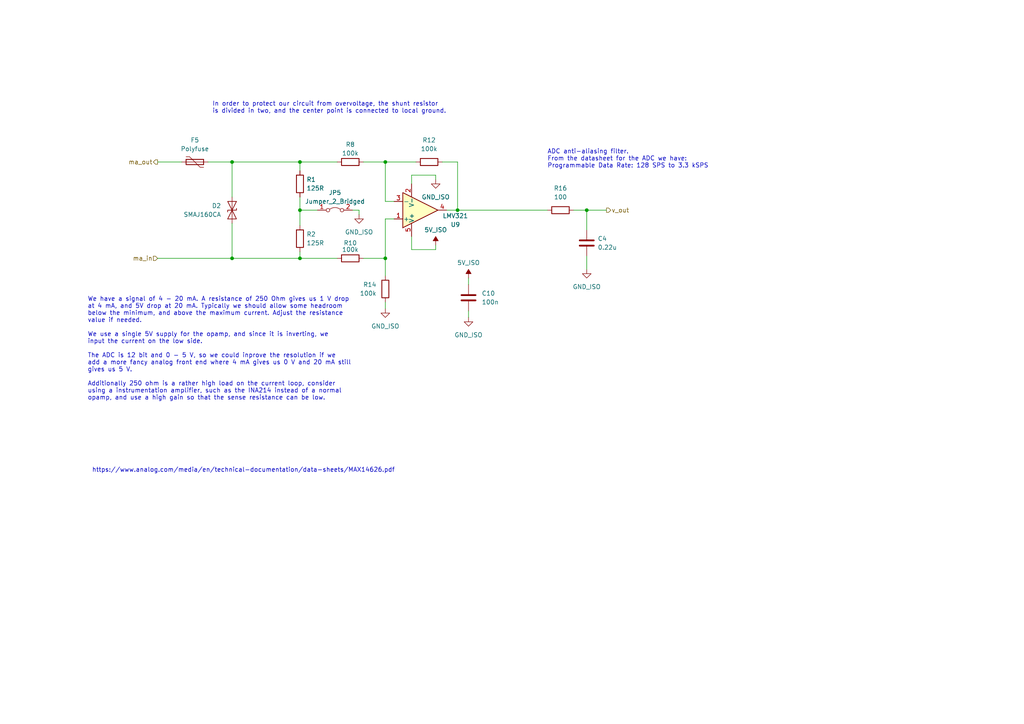
<source format=kicad_sch>
(kicad_sch (version 20230121) (generator eeschema)
  (paper "A4")
  (title_block (title "Arduino 2-20 mA shield") (date "2024-02-24") (rev "0.1") (company "Switchcraft AS") (comment 1 "Author: Eirik Haustveit"))
  (lib_symbols
    (symbol "Amplifier_Operational:LMV321" (pin_names (offset 0.127))
      (property "Reference" "U" (at 0 5.08 0))
      (property "Value" "LMV321" (at 0 -5.08 0))
      (symbol "LMV321_0_1"
        (polyline (pts (xy -5.08 5.08) (xy 5.08 0) (xy -5.08 -5.08) (xy -5.08 5.08)) (stroke (width 0.254)) (fill (type background)))
        (pin power_in line (at -2.54 -7.62 90) (length 3.81) (name "V-") (number "2"))
        (pin power_in line (at -2.54 7.62 270) (length 3.81) (name "V+") (number "5"))
      )
      (symbol "LMV321_1_1"
        (pin input line (at -7.62 2.54 0) (length 2.54) (name "+") (number "1"))
        (pin input line (at -7.62 -2.54 0) (length 2.54) (name "-") (number "3"))
        (pin output line (at 7.62 0 180) (length 2.54) (name "~") (number "4"))
      )
    )
    (symbol "Device:C" (pin_numbers hide) (pin_names (offset 0.254))
      (property "Reference" "C" (at 0.635 2.54 0))
      (property "Value" "C" (at 0.635 -2.54 0))
      (symbol "C_0_1"
        (polyline (pts (xy -2.032 -0.762) (xy 2.032 -0.762)) (stroke (width 0.508)))
        (polyline (pts (xy -2.032 0.762) (xy 2.032 0.762)) (stroke (width 0.508)))
      )
      (symbol "C_1_1"
        (pin passive line (at 0 3.81 270) (length 2.794) (name "~") (number "1"))
        (pin passive line (at 0 -3.81 90) (length 2.794) (name "~") (number "2"))
      )
    )
    (symbol "Device:Polyfuse" (pin_numbers hide) (pin_names (offset 0))
      (property "Reference" "F" (at -2.54 0 90))
      (property "Value" "Polyfuse" (at 2.54 0 90))
      (symbol "Polyfuse_0_1"
        (rectangle (start -0.762 2.54) (end 0.762 -2.54) (stroke (width 0.254)))
        (polyline (pts (xy 0 2.54) (xy 0 -2.54)))
        (polyline (pts (xy -1.524 2.54) (xy -1.524 1.524) (xy 1.524 -1.524) (xy 1.524 -2.54)))
      )
      (symbol "Polyfuse_1_1"
        (pin passive line (at 0 3.81 270) (length 1.27) (name "~") (number "1"))
        (pin passive line (at 0 -3.81 90) (length 1.27) (name "~") (number "2"))
      )
    )
    (symbol "Device:R" (pin_numbers hide) (pin_names (offset 0))
      (property "Reference" "R" (at 2.032 0 90))
      (property "Value" "R" (at 0 0 90))
      (symbol "R_0_1"
        (rectangle (start -1.016 -2.54) (end 1.016 2.54) (stroke (width 0.254)))
      )
      (symbol "R_1_1"
        (pin passive line (at 0 3.81 270) (length 1.27) (name "~") (number "1"))
        (pin passive line (at 0 -3.81 90) (length 1.27) (name "~") (number "2"))
      )
    )
    (symbol "Diode:SMAJ160CA" (pin_numbers hide) (pin_names (offset 1.016) hide)
      (property "Reference" "D" (at 0 2.54 0))
      (property "Value" "SMAJ160CA" (at 0 -2.54 0))
      (symbol "SMAJ160CA_0_1"
        (polyline (pts (xy 1.27 0) (xy -1.27 0)))
        (polyline (pts (xy -2.54 -1.27) (xy 0 0) (xy -2.54 1.27) (xy -2.54 -1.27)) (stroke (width 0.2032)))
        (polyline (pts (xy 0.508 1.27) (xy 0 1.27) (xy 0 -1.27) (xy -0.508 -1.27)) (stroke (width 0.2032)))
        (polyline (pts (xy 2.54 1.27) (xy 2.54 -1.27) (xy 0 0) (xy 2.54 1.27)) (stroke (width 0.2032)))
      )
      (symbol "SMAJ160CA_1_1"
        (pin passive line (at -3.81 0 0) (length 2.54) (name "A1") (number "1"))
        (pin passive line (at 3.81 0 180) (length 2.54) (name "A2") (number "2"))
      )
    )
    (symbol "Jumper:Jumper_2_Bridged" (pin_names (offset 0) hide)
      (property "Reference" "JP" (at 0 1.905 0))
      (property "Value" "Jumper_2_Bridged" (at 0 -2.54 0))
      (symbol "Jumper_2_Bridged_0_0"
        (circle (center -2.032 0) (radius 0.508))
        (circle (center 2.032 0) (radius 0.508))
      )
      (symbol "Jumper_2_Bridged_0_1"
        (arc (start 1.524 0.254) (mid 0 0.762) (end -1.524 0.254))
      )
      (symbol "Jumper_2_Bridged_1_1"
        (pin passive line (at -5.08 0 0) (length 2.54) (name "A") (number "1"))
        (pin passive line (at 5.08 0 180) (length 2.54) (name "B") (number "2"))
      )
    )
    (symbol "custom_symbols:5V_ISO" (power) (pin_names (offset 0))
      (property "Value" "5V_ISO" (at 0 3.81 0))
      (symbol "5V_ISO_0_1"
        (polyline (pts (xy 0 0) (xy 0 1.27) (xy 0.762 1.27) (xy 0 2.54) (xy -0.762 1.27) (xy 0 1.27)) (fill (type outline)))
      )
      (symbol "5V_ISO_1_0"
        (pin power_in line (at 0 0 90) (length 0) hide (name "5V_ISO") (number "1"))
      )
    )
    (symbol "custom_symbols:GND_ISO" (power) (pin_names (offset 0))
      (property "Value" "GND_ISO" (at 0 -3.81 0))
      (symbol "GND_ISO_0_1"
        (polyline (pts (xy 0 0) (xy 0 -1.27) (xy 1.27 -1.27) (xy 0 -2.54) (xy -1.27 -1.27) (xy 0 -1.27)))
      )
      (symbol "GND_ISO_1_1"
        (pin power_in line (at 0 0 270) (length 0) hide (name "GND_ISO") (number "1"))
      )
    )
  )
  (junction (at 67.31 46.99))
  (junction (at 67.31 74.93))
  (junction (at 111.76 46.99))
  (junction (at 86.995 60.96))
  (junction (at 86.995 46.99))
  (junction (at 132.715 60.96))
  (junction (at 111.76 74.93))
  (junction (at 86.995 74.93))
  (junction (at 170.18 60.96))
  (wire (pts (xy 111.76 63.5) (xy 114.3 63.5)))
  (wire (pts (xy 126.365 71.12) (xy 126.365 72.39)))
  (wire (pts (xy 132.715 46.99) (xy 132.715 60.96)))
  (wire (pts (xy 126.365 72.39) (xy 119.38 72.39)))
  (wire (pts (xy 166.37 60.96) (xy 170.18 60.96)))
  (wire (pts (xy 111.76 58.42) (xy 111.76 46.99)))
  (wire (pts (xy 86.995 60.96) (xy 86.995 65.405)))
  (wire (pts (xy 170.18 60.96) (xy 170.18 66.675)))
  (wire (pts (xy 86.995 46.99) (xy 97.79 46.99)))
  (wire (pts (xy 132.715 60.96) (xy 158.75 60.96)))
  (wire (pts (xy 105.41 46.99) (xy 111.76 46.99)))
  (wire (pts (xy 119.38 72.39) (xy 119.38 68.58)))
  (wire (pts (xy 170.18 74.295) (xy 170.18 78.105)))
  (wire (pts (xy 105.41 74.93) (xy 111.76 74.93)))
  (wire (pts (xy 111.76 87.63) (xy 111.76 89.535)))
  (wire (pts (xy 135.89 90.17) (xy 135.89 92.075)))
  (wire (pts (xy 111.76 74.93) (xy 111.76 63.5)))
  (wire (pts (xy 102.235 60.96) (xy 104.14 60.96)))
  (wire (pts (xy 86.995 57.15) (xy 86.995 60.96)))
  (wire (pts (xy 86.995 49.53) (xy 86.995 46.99)))
  (wire (pts (xy 45.72 74.93) (xy 67.31 74.93)))
  (wire (pts (xy 67.31 74.93) (xy 86.995 74.93)))
  (wire (pts (xy 67.31 64.77) (xy 67.31 74.93)))
  (wire (pts (xy 135.89 80.645) (xy 135.89 82.55)))
  (wire (pts (xy 67.31 46.99) (xy 86.995 46.99)))
  (wire (pts (xy 86.995 74.93) (xy 97.79 74.93)))
  (wire (pts (xy 45.72 46.99) (xy 52.705 46.99)))
  (wire (pts (xy 128.27 46.99) (xy 132.715 46.99)))
  (wire (pts (xy 132.715 60.96) (xy 129.54 60.96)))
  (wire (pts (xy 111.76 46.99) (xy 120.65 46.99)))
  (wire (pts (xy 119.38 50.8) (xy 119.38 53.34)))
  (wire (pts (xy 104.14 60.96) (xy 104.14 62.23)))
  (wire (pts (xy 67.31 46.99) (xy 67.31 57.15)))
  (wire (pts (xy 67.31 46.99) (xy 60.325 46.99)))
  (wire (pts (xy 126.365 50.8) (xy 119.38 50.8)))
  (wire (pts (xy 92.075 60.96) (xy 86.995 60.96)))
  (wire (pts (xy 86.995 74.93) (xy 86.995 73.025)))
  (wire (pts (xy 126.365 52.07) (xy 126.365 50.8)))
  (wire (pts (xy 170.18 60.96) (xy 175.895 60.96)))
  (wire (pts (xy 111.76 74.93) (xy 111.76 80.01)))
  (wire (pts (xy 114.3 58.42) (xy 111.76 58.42)))
  (text "https://www.analog.com/media/en/technical-documentation/data-sheets/MAX14626.pdf" (at 26.67 137.16 0) (effects (font (size 1.27 1.27)) (justify left bottom)))
  (text "In order to protect our circuit from overvoltage, the shunt resistor\nis divided in two, and the center point is connected to local ground." (at 61.595 33.02 0) (effects (font (size 1.27 1.27)) (justify left bottom)))
  (text "We have a signal of 4 - 20 mA. A resistance of 250 Ohm gives us 1 V drop\nat 4 mA, and 5V drop at 20 mA. Typically we should allow some headroom\nbelow the minimum, and above the maximum current. Adjust the resistance\nvalue if needed.\n\nWe use a single 5V supply for the opamp, and since it is inverting, we\ninput the current on the low side.\n\nThe ADC is 12 bit and 0 - 5 V, so we could inprove the resolution if we\nadd a more fancy analog front end where 4 mA gives us 0 V and 20 mA still\ngives us 5 V.\n\nAdditionally 250 ohm is a rather high load on the current loop, consider\nusing a instrumentation amplifier, such as the INA214 instead of a normal\nopamp, and use a high gain so that the sense resistance can be low." (at 25.4 116.205 0) (effects (font (size 1.27 1.27)) (justify left bottom)))
  (text "ADC anti-aliasing filter.\nFrom the datasheet for the ADC we have:\nProgrammable Data Rate: 128 SPS to 3.3 kSPS" (at 158.75 48.895 0) (effects (font (size 1.27 1.27)) (justify left bottom)))
  (hierarchical_label "v_out" (shape output) (at 175.895 60.96 0))
  (hierarchical_label "ma_out" (shape output) (at 45.72 46.99 180))
  (hierarchical_label "ma_in" (shape input) (at 45.72 74.93 180))
  (symbol (lib_id "Device:R") (at 101.6 74.93 90) (mirror x) (unit 1)
    (property "Reference" "R10" (at 101.6 70.485 90))
    (property "Value" "100k" (at 101.6 72.39 90))
    (instances (project "analog-arduino-shield" (path "" (reference "R10") (unit 1)) (path "" (reference "R11") (unit 1))))
  )
  (symbol (lib_id "custom_symbols:5V_ISO") (at 135.89 80.645 0) (unit 1)
    (property "Reference" "#PWR046" (effects hide))
    (property "Value" "5V_ISO" (at 135.89 76.2 0))
    (instances (project "analog-arduino-shield" (path "" (reference "#PWR046") (unit 1)) (path "" (reference "#PWR047") (unit 1))))
  )
  (symbol (lib_id "Device:R") (at 86.995 69.215 0) (mirror y) (unit 1)
    (property "Reference" "R2" (at 88.9 67.945 0) (effects (justify right)))
    (property "Value" "125R" (at 88.9 70.485 0) (effects (justify right)))
  )
  (symbol (lib_id "Device:R") (at 111.76 83.82 0) (mirror x) (unit 1)
    (property "Reference" "R14" (at 109.22 82.55 0) (effects (justify right)))
    (property "Value" "100k" (at 109.22 85.09 0) (effects (justify right)))
    (instances (project "analog-arduino-shield" (path "" (reference "R14") (unit 1)) (path "" (reference "R15") (unit 1))))
  )
  (symbol (lib_id "custom_symbols:GND_ISO") (at 126.365 52.07 0) (unit 1)
    (property "Reference" "#PWR028" (effects hide))
    (property "Value" "GND_ISO" (at 126.365 57.15 0))
    (instances (project "analog-arduino-shield" (path "" (reference "#PWR028") (unit 1)) (path "" (reference "#PWR029") (unit 1))))
  )
  (symbol (lib_id "Device:R") (at 124.46 46.99 90) (mirror x) (unit 1)
    (property "Reference" "R12" (at 124.46 40.64 90))
    (property "Value" "100k" (at 124.46 43.18 90))
    (instances (project "analog-arduino-shield" (path "" (reference "R12") (unit 1)) (path "" (reference "R13") (unit 1))))
  )
  (symbol (lib_id "Device:Polyfuse") (at 56.515 46.99 270) (mirror x) (unit 1)
    (property "Reference" "F5" (at 56.515 40.64 90))
    (property "Value" "Polyfuse" (at 56.515 43.18 90))
    (instances (project "analog-arduino-shield" (path "" (reference "F5") (unit 1)) (path "" (reference "F6") (unit 1))))
  )
  (symbol (lib_id "custom_symbols:GND_ISO") (at 135.89 92.075 0) (unit 1)
    (property "Reference" "#PWR048" (effects hide))
    (property "Value" "GND_ISO" (at 135.89 97.155 0))
    (instances (project "analog-arduino-shield" (path "" (reference "#PWR048") (unit 1)) (path "" (reference "#PWR049") (unit 1))))
  )
  (symbol (lib_id "Device:R") (at 101.6 46.99 90) (mirror x) (unit 1)
    (property "Reference" "R8" (at 101.6 41.91 90))
    (property "Value" "100k" (at 101.6 44.45 90))
    (instances (project "analog-arduino-shield" (path "" (reference "R8") (unit 1)) (path "" (reference "R9") (unit 1))))
  )
  (symbol (lib_id "custom_symbols:5V_ISO") (at 126.365 71.12 0) (unit 1)
    (property "Reference" "#PWR050" (effects hide))
    (property "Value" "5V_ISO" (at 126.365 66.675 0))
    (instances (project "analog-arduino-shield" (path "" (reference "#PWR050") (unit 1)) (path "" (reference "#PWR051") (unit 1))))
  )
  (symbol (lib_id "Device:C") (at 135.89 86.36 0) (unit 1)
    (property "Reference" "C10" (at 139.7 85.09 0) (effects (justify left)))
    (property "Value" "100n" (at 139.7 87.63 0) (effects (justify left)))
    (instances (project "analog-arduino-shield" (path "" (reference "C10") (unit 1)) (path "" (reference "C11") (unit 1))))
  )
  (symbol (lib_id "custom_symbols:GND_ISO") (at 104.14 62.23 0) (unit 1)
    (property "Reference" "#PWR024" (effects hide))
    (property "Value" "GND_ISO" (at 104.14 67.31 0))
    (instances (project "analog-arduino-shield" (path "" (reference "#PWR024") (unit 1)) (path "" (reference "#PWR025") (unit 1))))
  )
  (symbol (lib_id "Jumper:Jumper_2_Bridged") (at 97.155 60.96 0) (unit 1)
    (property "Reference" "JP5" (at 97.155 55.88 0))
    (property "Value" "Jumper_2_Bridged" (at 97.155 58.42 0))
    (instances (project "analog-arduino-shield" (path "" (reference "JP5") (unit 1)) (path "" (reference "JP6") (unit 1))))
  )
  (symbol (lib_id "custom_symbols:GND_ISO") (at 170.18 78.105 0) (unit 1)
    (property "Reference" "#PWR030" (effects hide))
    (property "Value" "GND_ISO" (at 170.18 83.185 0))
    (instances (project "analog-arduino-shield" (path "" (reference "#PWR030") (unit 1)) (path "" (reference "#PWR031") (unit 1))))
  )
  (symbol (lib_id "Diode:SMAJ160CA") (at 67.31 60.96 90) (mirror x) (unit 1)
    (property "Reference" "D2" (at 64.135 59.69 90) (effects (justify left)))
    (property "Value" "SMAJ160CA" (at 64.135 62.23 90) (effects (justify left)))
    (property "Footprint" "Diode_SMD:D_SMA" (effects hide))
    (property "Datasheet" "https://www.littelfuse.com/media?resourcetype=datasheets&itemid=75e32973-b177-4ee3-a0ff-cedaf1abdb93&filename=smaj-datasheet" (effects hide))
    (instances (project "analog-arduino-shield" (path "" (reference "D2") (unit 1)) (path "" (reference "D3") (unit 1))))
  )
  (symbol (lib_id "custom_symbols:GND_ISO") (at 111.76 89.535 0) (unit 1)
    (property "Reference" "#PWR026" (effects hide))
    (property "Value" "GND_ISO" (at 111.76 94.615 0))
    (instances (project "analog-arduino-shield" (path "" (reference "#PWR026") (unit 1)) (path "" (reference "#PWR027") (unit 1))))
  )
  (symbol (lib_id "Device:R") (at 86.995 53.34 0) (mirror y) (unit 1)
    (property "Reference" "R1" (at 88.9 52.07 0) (effects (justify right)))
    (property "Value" "125R" (at 88.9 54.61 0) (effects (justify right)))
  )
  (symbol (lib_id "Device:C") (at 170.18 70.485 0) (unit 1)
    (property "Reference" "C4" (at 173.355 69.215 0) (effects (justify left)))
    (property "Value" "0.22u" (at 173.355 71.755 0) (effects (justify left)))
    (instances (project "analog-arduino-shield" (path "" (reference "C4") (unit 1)) (path "" (reference "C5") (unit 1))))
  )
  (symbol (lib_id "Amplifier_Operational:LMV321") (at 121.92 60.96 0) (mirror x) (unit 1)
    (property "Reference" "U9" (at 132.08 65.1509 0))
    (property "Value" "LMV321" (at 132.08 62.6109 0))
    (property "Datasheet" "http://www.ti.com/lit/ds/symlink/lmv324.pdf" (effects hide))
    (instances (project "analog-arduino-shield" (path "" (reference "U9") (unit 1)) (path "" (reference "U10") (unit 1))))
  )
  (symbol (lib_id "Device:R") (at 162.56 60.96 90) (mirror x) (unit 1)
    (property "Reference" "R16" (at 162.56 54.61 90))
    (property "Value" "100" (at 162.56 57.15 90))
    (instances (project "analog-arduino-shield" (path "" (reference "R16") (unit 1)) (path "" (reference "R17") (unit 1))))
  )
)
</source>
